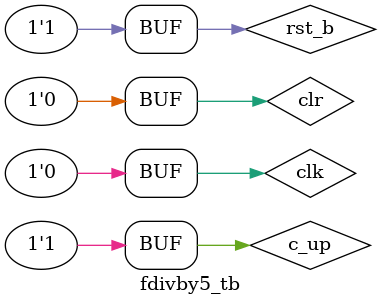
<source format=v>
module fdivby5(
  input clr, rst_b, c_up, clk,
  output fdclk
  );
  wire [2:0] d;
  wire [2:0] q;
  wire clr_rgst;
  
  rgst #(.w(3)) inst1(.clk(clk), .rst_b(rst_b), .ld(c_up), .clr(clr | q[2]), .d(d), .q(q)); 
  
  assign d[0] = ~q[0];
  assign d[1] = q[1] ^ q[0];
  assign d[2] = q[2] ^ (q[1] & q[0]);
  
  assign fdclk = ~(|q);
endmodule

module fdivby5_tb;
  reg clr, rst_b, c_up, clk;
  wire fdclk;
  
  fdivby5 inst1(.clk(clk), .clr(clr), .rst_b(rst_b), .c_up(c_up), .fdclk(fdclk));
  
  localparam CLK_PERIOD = 100, RUNNING_CYCLES = 15, RST_DURATION = 25;
  
  initial begin
    c_up = 1;
    rst_b = 0;
    #RST_DURATION rst_b = ~rst_b;
  end
  
  initial begin
    $display("time\tclk\trst_b\tclr\tc_up\tfdclk");
    $monitor("%5t\t%b\t%b\t%b\t%b\t%b",$time, clk, rst_b, clr, c_up, fdclk);
    clk = 0;
    repeat(RUNNING_CYCLES * 2) #(CLK_PERIOD / 2) clk = ~clk;
  end
  
  initial begin
    clr = 0;
    #(6 * CLK_PERIOD) clr = ~clr;
    #(1 * CLK_PERIOD) clr = ~clr;
    #(5 * CLK_PERIOD) clr = ~clr;
    #(1 * CLK_PERIOD) clr = ~clr;
  end
  
endmodule
</source>
